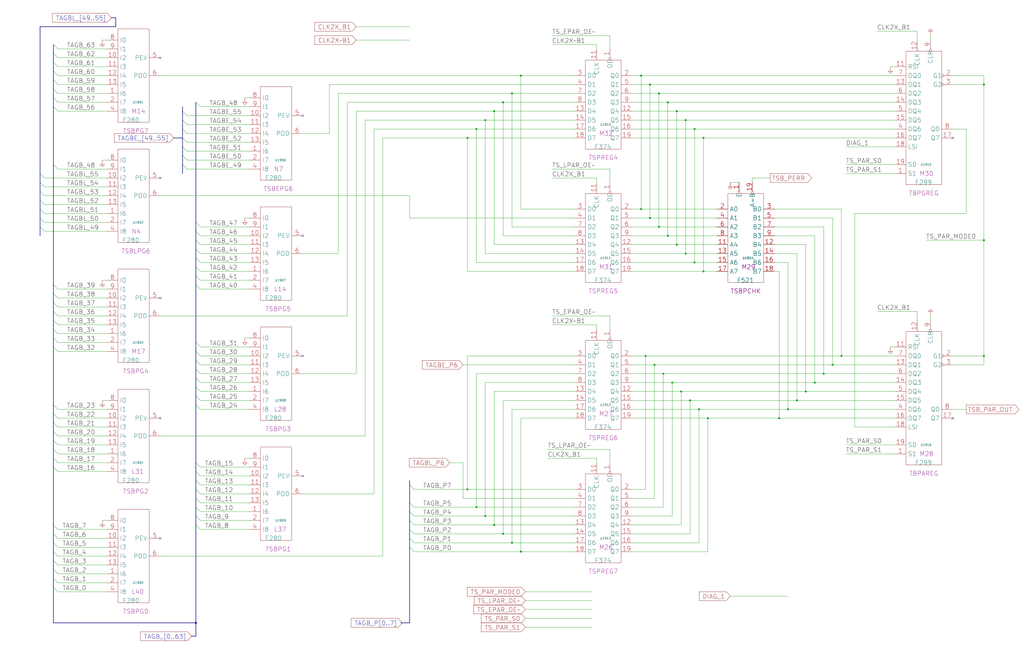
<source format=kicad_sch>
(kicad_sch (version 20250114) (generator "eeschema") (generator_version "9.0")
  (paper "User" 584.2 378.46)
  (title_block (title "TAGBCOMP\\nPARITY") (date "08-MAR-90") (rev "0.0") (comment 1 "MEM32 BOARD") (comment 2 "232-003066") (comment 3 "S400") (comment 4 "RELEASED"))
  (lib_symbols
    (symbol "r1000:F280" (pin_names (offset 1.016))
      (property "Reference" "U" (at 2.54 5.08 0))
      (property "Value" "F280" (at -6.35 -5.08 0))
      (property "Location" "___" (at -1.27 0 0))
      (property "Name" "______" (at 1.27 -12.7 0))
      (symbol "F280_1_1"
        (rectangle (start -8.89 46.99) (end 8.89 -6.35))
        (pin input line (at -15.24 40.64 0) (length 6.35) (name "I0") (number "8"))
        (pin input line (at -15.24 35.56 0) (length 6.35) (name "I1") (number "9"))
        (pin input line (at -15.24 30.48 0) (length 6.35) (name "I2") (number "10"))
        (pin input line (at -15.24 25.4 0) (length 6.35) (name "I3") (number "11"))
        (pin input line (at -15.24 20.32 0) (length 6.35) (name "I4") (number "12"))
        (pin input line (at -15.24 15.24 0) (length 6.35) (name "I5") (number "13"))
        (pin input line (at -15.24 10.16 0) (length 6.35) (name "I6") (number "1"))
        (pin input line (at -15.24 5.08 0) (length 6.35) (name "I7") (number "2"))
        (pin input line (at -15.24 0 0) (length 6.35) (name "I8") (number "4"))
        (pin output line (at 15.24 30.48 180) (length 6.35) (name "PEV") (number "5"))
        (pin output line (at 15.24 20.32 180) (length 6.35) (name "POD") (number "6"))
      )
    )
    (symbol "r1000:F299" (pin_names (offset 1.016))
      (property "Reference" "U" (at 2.54 5.08 0))
      (property "Value" "F299" (at -3.81 -5.08 0))
      (property "Location" "___" (at -1.27 0 0))
      (property "Name" "______" (at 1.27 -12.7 0))
      (symbol "F299_1_1"
        (rectangle (start -8.89 69.85) (end 11.43 -6.35))
        (circle (center 5.08 70.485) (radius 0.635))
        (circle (center 12.065 55.88) (radius 0.635))
        (circle (center 12.065 50.8) (radius 0.635))
        (pin input line (at -15.24 60.96 0) (length 6.35) (name "RSI") (number "11"))
        (pin bidirectional line (at -15.24 55.88 0) (length 6.35) (name "DQ0") (number "7"))
        (pin bidirectional line (at -15.24 50.8 0) (length 6.35) (name "DQ1") (number "13"))
        (pin bidirectional line (at -15.24 45.72 0) (length 6.35) (name "DQ2") (number "6"))
        (pin bidirectional line (at -15.24 40.64 0) (length 6.35) (name "DQ3") (number "14"))
        (pin bidirectional line (at -15.24 35.56 0) (length 6.35) (name "DQ4") (number "5"))
        (pin bidirectional line (at -15.24 30.48 0) (length 6.35) (name "DQ5") (number "15"))
        (pin bidirectional line (at -15.24 25.4 0) (length 6.35) (name "DQ6") (number "4"))
        (pin bidirectional line (at -15.24 20.32 0) (length 6.35) (name "DQ7") (number "16"))
        (pin input line (at -15.24 15.24 0) (length 6.35) (name "LSI") (number "18"))
        (pin input line (at -15.24 5.08 0) (length 6.35) (name "S0") (number "19"))
        (pin input line (at -15.24 0 0) (length 6.35) (name "S1") (number "1"))
        (pin input line (at -2.54 76.2 270) (length 6.35) (name "CLK") (number "12"))
        (pin input line (at 5.08 76.2 270) (length 5.08) (name "CLR") (number "9"))
        (pin input line (at 17.78 55.88 180) (length 5.08) (name "G1") (number "2"))
        (pin input line (at 17.78 50.8 180) (length 5.08) (name "G2") (number "3"))
        (pin output line (at 17.78 25.4 180) (length 6.35) (name "Q0") (number "8"))
        (pin output line (at 17.78 20.32 180) (length 6.35) (name "Q7") (number "17"))
      )
    )
    (symbol "r1000:F374" (pin_names (offset 1.016))
      (property "Reference" "U" (at 2.54 5.08 0))
      (property "Value" "F374" (at -3.81 -7.62 0))
      (property "Location" "___" (at -1.27 0 0))
      (property "Name" "______" (at 1.27 -15.24 0))
      (symbol "F374_1_1"
        (rectangle (start -8.89 41.91) (end 11.43 -8.89))
        (circle (center 5.08 42.545) (radius 0.635))
        (pin input line (at -15.24 33.02 0) (length 6.35) (name "D0") (number "3"))
        (pin input line (at -15.24 27.94 0) (length 6.35) (name "D1") (number "4"))
        (pin input line (at -15.24 22.86 0) (length 6.35) (name "D2") (number "7"))
        (pin input line (at -15.24 17.78 0) (length 6.35) (name "D3") (number "8"))
        (pin input line (at -15.24 12.7 0) (length 6.35) (name "D4") (number "13"))
        (pin input line (at -15.24 7.62 0) (length 6.35) (name "D5") (number "14"))
        (pin input line (at -15.24 2.54 0) (length 6.35) (name "D6") (number "17"))
        (pin input line (at -15.24 -2.54 0) (length 6.35) (name "D7") (number "18"))
        (pin input line (at -2.54 48.26 270) (length 6.35) (name "CLK") (number "11"))
        (pin input line (at 5.08 48.26 270) (length 5.08) (name "OE") (number "1"))
        (pin tri_state line (at 17.78 33.02 180) (length 6.35) (name "Q0") (number "2"))
        (pin tri_state line (at 17.78 27.94 180) (length 6.35) (name "Q1") (number "5"))
        (pin tri_state line (at 17.78 22.86 180) (length 6.35) (name "Q2") (number "6"))
        (pin tri_state line (at 17.78 17.78 180) (length 6.35) (name "Q3") (number "9"))
        (pin tri_state line (at 17.78 12.7 180) (length 6.35) (name "Q4") (number "12"))
        (pin tri_state line (at 17.78 7.62 180) (length 6.35) (name "Q5") (number "15"))
        (pin tri_state line (at 17.78 2.54 180) (length 6.35) (name "Q6") (number "16"))
        (pin tri_state line (at 17.78 -2.54 180) (length 6.35) (name "Q7") (number "19"))
      )
    )
    (symbol "r1000:F521" (pin_names (offset 1.016))
      (property "Reference" "U" (at 2.54 5.08 0))
      (property "Value" "F521" (at -3.81 -7.62 0))
      (property "Location" "___" (at -1.27 0 0))
      (property "Name" "______" (at 1.27 -15.24 0))
      (symbol "F521_1_1"
        (rectangle (start -8.89 41.91) (end 11.43 -8.89))
        (circle (center -2.54 42.545) (radius 0.635))
        (circle (center 5.08 42.545) (radius 0.635))
        (pin input line (at -15.24 33.02 0) (length 6.35) (name "A0") (number "2"))
        (pin input line (at -15.24 27.94 0) (length 6.35) (name "A1") (number "4"))
        (pin input line (at -15.24 22.86 0) (length 6.35) (name "A2") (number "6"))
        (pin input line (at -15.24 17.78 0) (length 6.35) (name "A3") (number "8"))
        (pin input line (at -15.24 12.7 0) (length 6.35) (name "A4") (number "11"))
        (pin input line (at -15.24 7.62 0) (length 6.35) (name "A5") (number "13"))
        (pin input line (at -15.24 2.54 0) (length 6.35) (name "A6") (number "15"))
        (pin input line (at -15.24 -2.54 0) (length 6.35) (name "A7") (number "17"))
        (pin input line (at -2.54 48.26 270) (length 5.08) (name "E") (number "1"))
        (pin output line (at 5.08 48.26 270) (length 5.08) (name "A=B") (number "19"))
        (pin input line (at 17.78 33.02 180) (length 6.35) (name "B0") (number "3"))
        (pin input line (at 17.78 27.94 180) (length 6.35) (name "B1") (number "5"))
        (pin input line (at 17.78 22.86 180) (length 6.35) (name "B2") (number "7"))
        (pin input line (at 17.78 17.78 180) (length 6.35) (name "B3") (number "9"))
        (pin input line (at 17.78 12.7 180) (length 6.35) (name "B4") (number "12"))
        (pin input line (at 17.78 7.62 180) (length 6.35) (name "B5") (number "14"))
        (pin input line (at 17.78 2.54 180) (length 6.35) (name "B6") (number "16"))
        (pin input line (at 17.78 -2.54 180) (length 6.35) (name "B7") (number "18"))
      )
    )
    (symbol "r1000:PD" (power) (pin_numbers (hide yes)) (pin_names (hide yes)) (in_bom no)
      (symbol "PD_0_1"
        (polyline (pts (xy 0 -2.54) (xy 1.27 -2.54) (xy 0 -3.81) (xy -1.27 -2.54) (xy 0 -2.54)) (stroke (width 0.1524)))
      )
      (symbol "PD_1_1"
        (pin power_in line (at 0 0 270) (length 2.54) (name "PD") (number "1"))
      )
    )
    (symbol "r1000:PU" (power) (pin_numbers (hide yes)) (pin_names (hide yes))
      (symbol "PU_0_1"
        (polyline (pts (xy 0 2.54) (xy -1.27 2.54) (xy 0 3.81) (xy 1.27 2.54) (xy 0 2.54)) (stroke (width 0.1524)))
      )
      (symbol "PU_1_1"
        (pin power_in line (at 0 0 90) (length 2.54) (name "PU") (number "1"))
      )
    )
  )
  (junction (at 276.86 294.64))
  (junction (at 391.16 68.58))
  (junction (at 375.92 129.54))
  (junction (at 365.76 119.38))
  (junction (at 403.86 238.76))
  (junction (at 401.32 78.74))
  (junction (at 561.34 203.2))
  (junction (at 386.08 139.7))
  (junction (at 292.1 309.88))
  (junction (at 391.16 144.78))
  (junction (at 469.9 213.36))
  (junction (at 370.84 48.26))
  (junction (at 297.18 43.18))
  (junction (at 464.82 218.44))
  (junction (at 266.7 279.4))
  (junction (at 459.74 223.52))
  (junction (at 271.78 289.56))
  (junction (at 370.84 124.46))
  (junction (at 276.86 68.58))
  (junction (at 383.54 218.44))
  (junction (at 381 134.62))
  (junction (at 561.34 48.26))
  (junction (at 287.02 58.42))
  (junction (at 368.3 203.2))
  (junction (at 281.94 299.72))
  (junction (at 111.76 355.6))
  (junction (at 396.24 149.86))
  (junction (at 373.38 208.28))
  (junction (at 292.1 53.34))
  (junction (at 266.7 78.74))
  (junction (at 393.7 228.6))
  (junction (at 375.92 53.34))
  (junction (at 378.46 213.36))
  (junction (at 444.5 238.76))
  (junction (at 297.18 314.96))
  (junction (at 287.02 304.8))
  (junction (at 396.24 73.66))
  (junction (at 388.62 223.52))
  (junction (at 386.08 63.5))
  (junction (at 281.94 63.5))
  (junction (at 561.34 137.16))
  (junction (at 454.66 228.6))
  (junction (at 271.78 73.66))
  (junction (at 398.78 233.68))
  (junction (at 381 58.42))
  (junction (at 449.58 233.68))
  (junction (at 401.32 154.94))
  (junction (at 480.06 203.2))
  (junction (at 474.98 208.28))
  (junction (at 365.76 43.18))
  (no_connect (at 543.56 238.76))
  (no_connect (at 172.72 66.04))
  (no_connect (at 543.56 78.74))
  (no_connect (at 172.72 271.78))
  (no_connect (at 91.44 101.6))
  (no_connect (at 91.44 238.76))
  (no_connect (at 91.44 33.02))
  (no_connect (at 172.72 203.2))
  (no_connect (at 91.44 170.18))
  (no_connect (at 172.72 134.62))
  (no_connect (at 91.44 307.34))
  (bus_entry (at 111.76 152.4) (size 2.54 2.54))
  (bus_entry (at 233.68 302.26) (size 2.54 2.54))
  (bus_entry (at 30.48 25.4) (size 2.54 2.54))
  (bus_entry (at 111.76 269.24) (size 2.54 2.54))
  (bus_entry (at 111.76 147.32) (size 2.54 2.54))
  (bus_entry (at 111.76 279.4) (size 2.54 2.54))
  (bus_entry (at 22.86 119.38) (size 2.54 2.54))
  (bus_entry (at 30.48 256.54) (size 2.54 2.54))
  (bus_entry (at 30.48 266.7) (size 2.54 2.54))
  (bus_entry (at 233.68 287.02) (size 2.54 2.54))
  (bus_entry (at 30.48 246.38) (size 2.54 2.54))
  (bus_entry (at 111.76 284.48) (size 2.54 2.54))
  (bus_entry (at 22.86 129.54) (size 2.54 2.54))
  (bus_entry (at 30.48 335.28) (size 2.54 2.54))
  (bus_entry (at 111.76 220.98) (size 2.54 2.54))
  (bus_entry (at 111.76 200.66) (size 2.54 2.54))
  (bus_entry (at 22.86 104.14) (size 2.54 2.54))
  (bus_entry (at 104.14 78.74) (size 2.54 2.54))
  (bus_entry (at 30.48 55.88) (size 2.54 2.54))
  (bus_entry (at 104.14 88.9) (size 2.54 2.54))
  (bus_entry (at 22.86 124.46) (size 2.54 2.54))
  (bus_entry (at 111.76 294.64) (size 2.54 2.54))
  (bus_entry (at 111.76 205.74) (size 2.54 2.54))
  (bus_entry (at 30.48 187.96) (size 2.54 2.54))
  (bus_entry (at 30.48 193.04) (size 2.54 2.54))
  (bus_entry (at 30.48 236.22) (size 2.54 2.54))
  (bus_entry (at 30.48 50.8) (size 2.54 2.54))
  (bus_entry (at 30.48 304.8) (size 2.54 2.54))
  (bus_entry (at 30.48 45.72) (size 2.54 2.54))
  (bus_entry (at 30.48 60.96) (size 2.54 2.54))
  (bus_entry (at 111.76 137.16) (size 2.54 2.54))
  (bus_entry (at 30.48 325.12) (size 2.54 2.54))
  (bus_entry (at 111.76 58.42) (size 2.54 2.54))
  (bus_entry (at 111.76 226.06) (size 2.54 2.54))
  (bus_entry (at 111.76 274.32) (size 2.54 2.54))
  (bus_entry (at 30.48 231.14) (size 2.54 2.54))
  (bus_entry (at 104.14 93.98) (size 2.54 2.54))
  (bus_entry (at 111.76 162.56) (size 2.54 2.54))
  (bus_entry (at 111.76 299.72) (size 2.54 2.54))
  (bus_entry (at 104.14 73.66) (size 2.54 2.54))
  (bus_entry (at 233.68 297.18) (size 2.54 2.54))
  (bus_entry (at 111.76 231.14) (size 2.54 2.54))
  (bus_entry (at 111.76 215.9) (size 2.54 2.54))
  (bus_entry (at 22.86 99.06) (size 2.54 2.54))
  (bus_entry (at 22.86 114.3) (size 2.54 2.54))
  (bus_entry (at 111.76 127) (size 2.54 2.54))
  (bus_entry (at 111.76 264.16) (size 2.54 2.54))
  (bus_entry (at 30.48 182.88) (size 2.54 2.54))
  (bus_entry (at 30.48 172.72) (size 2.54 2.54))
  (bus_entry (at 22.86 109.22) (size 2.54 2.54))
  (bus_entry (at 30.48 309.88) (size 2.54 2.54))
  (bus_entry (at 30.48 167.64) (size 2.54 2.54))
  (bus_entry (at 30.48 93.98) (size 2.54 2.54))
  (bus_entry (at 30.48 40.64) (size 2.54 2.54))
  (bus_entry (at 30.48 30.48) (size 2.54 2.54))
  (bus_entry (at 104.14 83.82) (size 2.54 2.54))
  (bus_entry (at 30.48 314.96) (size 2.54 2.54))
  (bus_entry (at 30.48 162.56) (size 2.54 2.54))
  (bus_entry (at 111.76 289.56) (size 2.54 2.54))
  (bus_entry (at 30.48 330.2) (size 2.54 2.54))
  (bus_entry (at 30.48 261.62) (size 2.54 2.54))
  (bus_entry (at 111.76 195.58) (size 2.54 2.54))
  (bus_entry (at 233.68 312.42) (size 2.54 2.54))
  (bus_entry (at 233.68 292.1) (size 2.54 2.54))
  (bus_entry (at 30.48 299.72) (size 2.54 2.54))
  (bus_entry (at 30.48 177.8) (size 2.54 2.54))
  (bus_entry (at 30.48 241.3) (size 2.54 2.54))
  (bus_entry (at 30.48 251.46) (size 2.54 2.54))
  (bus_entry (at 30.48 320.04) (size 2.54 2.54))
  (bus_entry (at 111.76 142.24) (size 2.54 2.54))
  (bus_entry (at 104.14 68.58) (size 2.54 2.54))
  (bus_entry (at 104.14 63.5) (size 2.54 2.54))
  (bus_entry (at 111.76 210.82) (size 2.54 2.54))
  (bus_entry (at 111.76 132.08) (size 2.54 2.54))
  (bus_entry (at 30.48 198.12) (size 2.54 2.54))
  (bus_entry (at 233.68 307.34) (size 2.54 2.54))
  (bus_entry (at 30.48 35.56) (size 2.54 2.54))
  (bus_entry (at 111.76 157.48) (size 2.54 2.54))
  (bus_entry (at 233.68 276.86) (size 2.54 2.54))
  (wire (pts (xy 172.72 144.78) (xy 193.04 144.78)))
  (wire (pts (xy 386.08 63.5) (xy 386.08 139.7)))
  (wire (pts (xy 33.02 175.26) (xy 60.96 175.26)))
  (bus (pts (xy 30.48 251.46) (xy 30.48 256.54)))
  (wire (pts (xy 314.96 180.34) (xy 347.98 180.34)))
  (bus (pts (xy 66.04 15.24) (xy 22.86 15.24)))
  (wire (pts (xy 193.04 144.78) (xy 193.04 53.34)))
  (wire (pts (xy 271.78 289.56) (xy 327.66 289.56)))
  (wire (pts (xy 393.7 228.6) (xy 454.66 228.6)))
  (bus (pts (xy 111.76 205.74) (xy 111.76 210.82)))
  (wire (pts (xy 33.02 165.1) (xy 60.96 165.1)))
  (wire (pts (xy 482.6 83.82) (xy 510.54 83.82)))
  (bus (pts (xy 111.76 220.98) (xy 111.76 226.06)))
  (wire (pts (xy 391.16 68.58) (xy 510.54 68.58)))
  (wire (pts (xy 360.68 73.66) (xy 396.24 73.66)))
  (bus (pts (xy 22.86 124.46) (xy 22.86 129.54)))
  (bus (pts (xy 111.76 200.66) (xy 111.76 205.74)))
  (bus (pts (xy 111.76 274.32) (xy 111.76 279.4)))
  (wire (pts (xy 480.06 203.2) (xy 480.06 119.38)))
  (wire (pts (xy 393.7 304.8) (xy 393.7 228.6)))
  (wire (pts (xy 203.2 15.24) (xy 233.68 15.24)))
  (wire (pts (xy 360.68 63.5) (xy 386.08 63.5)))
  (wire (pts (xy 236.22 299.72) (xy 281.94 299.72)))
  (wire (pts (xy 114.3 160.02) (xy 142.24 160.02)))
  (wire (pts (xy 276.86 144.78) (xy 276.86 68.58)))
  (wire (pts (xy 482.6 99.06) (xy 510.54 99.06)))
  (wire (pts (xy 33.02 48.26) (xy 60.96 48.26)))
  (wire (pts (xy 106.68 91.44) (xy 142.24 91.44)))
  (wire (pts (xy 114.3 154.94) (xy 142.24 154.94)))
  (wire (pts (xy 266.7 154.94) (xy 266.7 78.74)))
  (wire (pts (xy 198.12 58.42) (xy 287.02 58.42)))
  (wire (pts (xy 482.6 259.08) (xy 510.54 259.08)))
  (wire (pts (xy 360.68 208.28) (xy 373.38 208.28)))
  (bus (pts (xy 30.48 325.12) (xy 30.48 330.2)))
  (wire (pts (xy 314.96 25.4) (xy 340.36 25.4)))
  (wire (pts (xy 396.24 73.66) (xy 396.24 149.86)))
  (wire (pts (xy 561.34 48.26) (xy 561.34 137.16)))
  (wire (pts (xy 381 58.42) (xy 510.54 58.42)))
  (wire (pts (xy 264.16 208.28) (xy 327.66 208.28)))
  (wire (pts (xy 327.66 154.94) (xy 266.7 154.94)))
  (wire (pts (xy 233.68 124.46) (xy 327.66 124.46)))
  (wire (pts (xy 340.36 261.62) (xy 340.36 264.16)))
  (wire (pts (xy 33.02 322.58) (xy 60.96 322.58)))
  (wire (pts (xy 347.98 96.52) (xy 347.98 104.14)))
  (wire (pts (xy 396.24 73.66) (xy 510.54 73.66)))
  (wire (pts (xy 360.68 284.48) (xy 373.38 284.48)))
  (wire (pts (xy 276.86 294.64) (xy 327.66 294.64)))
  (wire (pts (xy 360.68 238.76) (xy 403.86 238.76)))
  (wire (pts (xy 281.94 63.5) (xy 327.66 63.5)))
  (wire (pts (xy 543.56 48.26) (xy 561.34 48.26)))
  (wire (pts (xy 482.6 254) (xy 510.54 254)))
  (bus (pts (xy 228.6 355.6) (xy 233.68 355.6)))
  (bus (pts (xy 30.48 187.96) (xy 30.48 193.04)))
  (wire (pts (xy 347.98 256.54) (xy 347.98 264.16)))
  (bus (pts (xy 111.76 195.58) (xy 111.76 200.66)))
  (wire (pts (xy 287.02 228.6) (xy 287.02 304.8)))
  (wire (pts (xy 33.02 58.42) (xy 60.96 58.42)))
  (wire (pts (xy 114.3 144.78) (xy 142.24 144.78)))
  (wire (pts (xy 25.4 127) (xy 60.96 127)))
  (wire (pts (xy 114.3 271.78) (xy 142.24 271.78)))
  (wire (pts (xy 287.02 134.62) (xy 287.02 58.42)))
  (wire (pts (xy 360.68 53.34) (xy 375.92 53.34)))
  (wire (pts (xy 58.42 228.6) (xy 60.96 228.6)))
  (wire (pts (xy 561.34 203.2) (xy 561.34 208.28)))
  (wire (pts (xy 378.46 213.36) (xy 469.9 213.36)))
  (wire (pts (xy 213.36 73.66) (xy 271.78 73.66)))
  (wire (pts (xy 297.18 314.96) (xy 327.66 314.96)))
  (wire (pts (xy 454.66 144.78) (xy 454.66 228.6)))
  (wire (pts (xy 58.42 160.02) (xy 60.96 160.02)))
  (wire (pts (xy 360.68 68.58) (xy 391.16 68.58)))
  (wire (pts (xy 213.36 281.94) (xy 213.36 73.66)))
  (bus (pts (xy 111.76 157.48) (xy 111.76 162.56)))
  (wire (pts (xy 198.12 180.34) (xy 198.12 58.42)))
  (wire (pts (xy 33.02 259.08) (xy 60.96 259.08)))
  (bus (pts (xy 30.48 60.96) (xy 30.48 93.98)))
  (wire (pts (xy 508 38.1) (xy 510.54 38.1)))
  (bus (pts (xy 111.76 269.24) (xy 111.76 274.32)))
  (wire (pts (xy 25.4 132.08) (xy 60.96 132.08)))
  (bus (pts (xy 30.48 335.28) (xy 30.48 355.6)))
  (bus (pts (xy 30.48 30.48) (xy 30.48 35.56)))
  (bus (pts (xy 104.14 88.9) (xy 104.14 93.98)))
  (wire (pts (xy 386.08 139.7) (xy 408.94 139.7)))
  (wire (pts (xy 312.42 256.54) (xy 347.98 256.54)))
  (bus (pts (xy 30.48 355.6) (xy 111.76 355.6)))
  (wire (pts (xy 368.3 203.2) (xy 480.06 203.2)))
  (wire (pts (xy 172.72 281.94) (xy 213.36 281.94)))
  (wire (pts (xy 292.1 53.34) (xy 327.66 53.34)))
  (wire (pts (xy 287.02 304.8) (xy 327.66 304.8)))
  (wire (pts (xy 360.68 43.18) (xy 365.76 43.18)))
  (wire (pts (xy 454.66 228.6) (xy 510.54 228.6)))
  (wire (pts (xy 203.2 213.36) (xy 203.2 63.5)))
  (bus (pts (xy 233.68 274.32) (xy 233.68 276.86)))
  (wire (pts (xy 271.78 213.36) (xy 327.66 213.36)))
  (wire (pts (xy 236.22 304.8) (xy 287.02 304.8)))
  (wire (pts (xy 360.68 129.54) (xy 375.92 129.54)))
  (wire (pts (xy 360.68 58.42) (xy 381 58.42)))
  (bus (pts (xy 30.48 314.96) (xy 30.48 320.04)))
  (wire (pts (xy 25.4 116.84) (xy 60.96 116.84)))
  (wire (pts (xy 386.08 63.5) (xy 510.54 63.5)))
  (wire (pts (xy 106.68 81.28) (xy 142.24 81.28)))
  (wire (pts (xy 378.46 289.56) (xy 360.68 289.56)))
  (bus (pts (xy 233.68 307.34) (xy 233.68 312.42)))
  (wire (pts (xy 33.02 332.74) (xy 60.96 332.74)))
  (wire (pts (xy 360.68 218.44) (xy 383.54 218.44)))
  (wire (pts (xy 33.02 180.34) (xy 60.96 180.34)))
  (wire (pts (xy 33.02 170.18) (xy 60.96 170.18)))
  (wire (pts (xy 444.5 154.94) (xy 444.5 238.76)))
  (wire (pts (xy 33.02 33.02) (xy 60.96 33.02)))
  (bus (pts (xy 30.48 93.98) (xy 30.48 162.56)))
  (bus (pts (xy 30.48 241.3) (xy 30.48 246.38)))
  (wire (pts (xy 314.96 96.52) (xy 347.98 96.52)))
  (wire (pts (xy 236.22 294.64) (xy 276.86 294.64)))
  (wire (pts (xy 444.5 238.76) (xy 510.54 238.76)))
  (wire (pts (xy 91.44 43.18) (xy 297.18 43.18)))
  (bus (pts (xy 111.76 226.06) (xy 111.76 231.14)))
  (wire (pts (xy 218.44 78.74) (xy 266.7 78.74)))
  (wire (pts (xy 360.68 213.36) (xy 378.46 213.36)))
  (wire (pts (xy 139.7 55.88) (xy 142.24 55.88)))
  (wire (pts (xy 91.44 180.34) (xy 198.12 180.34)))
  (wire (pts (xy 114.3 139.7) (xy 142.24 139.7)))
  (wire (pts (xy 480.06 203.2) (xy 510.54 203.2)))
  (wire (pts (xy 383.54 218.44) (xy 464.82 218.44)))
  (bus (pts (xy 111.76 355.6) (xy 111.76 363.22)))
  (wire (pts (xy 370.84 124.46) (xy 408.94 124.46)))
  (bus (pts (xy 111.76 58.42) (xy 111.76 127)))
  (wire (pts (xy 114.3 198.12) (xy 142.24 198.12)))
  (wire (pts (xy 203.2 63.5) (xy 281.94 63.5)))
  (wire (pts (xy 271.78 73.66) (xy 327.66 73.66)))
  (wire (pts (xy 347.98 20.32) (xy 347.98 27.94)))
  (wire (pts (xy 523.24 177.8) (xy 523.24 182.88)))
  (wire (pts (xy 327.66 228.6) (xy 287.02 228.6)))
  (wire (pts (xy 375.92 129.54) (xy 408.94 129.54)))
  (bus (pts (xy 233.68 297.18) (xy 233.68 302.26)))
  (wire (pts (xy 403.86 314.96) (xy 403.86 238.76)))
  (wire (pts (xy 297.18 238.76) (xy 297.18 314.96)))
  (wire (pts (xy 398.78 233.68) (xy 398.78 309.88)))
  (wire (pts (xy 33.02 337.82) (xy 60.96 337.82)))
  (bus (pts (xy 30.48 309.88) (xy 30.48 314.96)))
  (wire (pts (xy 500.38 177.8) (xy 523.24 177.8)))
  (wire (pts (xy 33.02 327.66) (xy 60.96 327.66)))
  (wire (pts (xy 469.9 213.36) (xy 469.9 129.54)))
  (wire (pts (xy 114.3 228.6) (xy 142.24 228.6)))
  (wire (pts (xy 373.38 284.48) (xy 373.38 208.28)))
  (wire (pts (xy 106.68 66.04) (xy 142.24 66.04)))
  (bus (pts (xy 109.22 363.22) (xy 111.76 363.22)))
  (wire (pts (xy 281.94 223.52) (xy 327.66 223.52)))
  (bus (pts (xy 22.86 99.06) (xy 22.86 104.14)))
  (wire (pts (xy 391.16 68.58) (xy 391.16 144.78)))
  (wire (pts (xy 139.7 193.04) (xy 142.24 193.04)))
  (bus (pts (xy 30.48 25.4) (xy 30.48 30.48)))
  (wire (pts (xy 139.7 261.62) (xy 142.24 261.62)))
  (wire (pts (xy 276.86 68.58) (xy 327.66 68.58)))
  (wire (pts (xy 378.46 213.36) (xy 378.46 289.56)))
  (wire (pts (xy 187.96 48.26) (xy 327.66 48.26)))
  (wire (pts (xy 401.32 154.94) (xy 408.94 154.94)))
  (bus (pts (xy 99.06 78.74) (xy 104.14 78.74)))
  (bus (pts (xy 111.76 132.08) (xy 111.76 137.16)))
  (bus (pts (xy 111.76 162.56) (xy 111.76 195.58)))
  (wire (pts (xy 236.22 309.88) (xy 292.1 309.88)))
  (bus (pts (xy 104.14 78.74) (xy 104.14 83.82)))
  (wire (pts (xy 360.68 124.46) (xy 370.84 124.46)))
  (wire (pts (xy 375.92 53.34) (xy 510.54 53.34)))
  (wire (pts (xy 91.44 317.5) (xy 218.44 317.5)))
  (wire (pts (xy 33.02 238.76) (xy 60.96 238.76)))
  (bus (pts (xy 30.48 304.8) (xy 30.48 309.88)))
  (wire (pts (xy 292.1 129.54) (xy 327.66 129.54)))
  (bus (pts (xy 30.48 231.14) (xy 30.48 236.22)))
  (wire (pts (xy 469.9 129.54) (xy 441.96 129.54)))
  (wire (pts (xy 551.18 73.66) (xy 543.56 73.66)))
  (wire (pts (xy 360.68 154.94) (xy 401.32 154.94)))
  (bus (pts (xy 111.76 127) (xy 111.76 132.08)))
  (wire (pts (xy 347.98 180.34) (xy 347.98 187.96)))
  (wire (pts (xy 441.96 134.62) (xy 464.82 134.62)))
  (wire (pts (xy 292.1 53.34) (xy 292.1 129.54)))
  (wire (pts (xy 474.98 124.46) (xy 474.98 208.28)))
  (wire (pts (xy 340.36 25.4) (xy 340.36 27.94)))
  (bus (pts (xy 30.48 198.12) (xy 30.48 231.14)))
  (wire (pts (xy 299.72 342.9) (xy 337.82 342.9)))
  (bus (pts (xy 22.86 104.14) (xy 22.86 109.22)))
  (wire (pts (xy 312.42 261.62) (xy 340.36 261.62)))
  (wire (pts (xy 508 198.12) (xy 510.54 198.12)))
  (bus (pts (xy 30.48 266.7) (xy 30.48 299.72)))
  (bus (pts (xy 30.48 261.62) (xy 30.48 266.7)))
  (bus (pts (xy 30.48 246.38) (xy 30.48 251.46)))
  (bus (pts (xy 30.48 167.64) (xy 30.48 172.72)))
  (wire (pts (xy 398.78 233.68) (xy 449.58 233.68)))
  (bus (pts (xy 30.48 330.2) (xy 30.48 335.28)))
  (wire (pts (xy 381 58.42) (xy 381 134.62)))
  (wire (pts (xy 172.72 76.2) (xy 187.96 76.2)))
  (bus (pts (xy 30.48 236.22) (xy 30.48 241.3)))
  (wire (pts (xy 114.3 203.2) (xy 142.24 203.2)))
  (wire (pts (xy 383.54 294.64) (xy 383.54 218.44)))
  (wire (pts (xy 193.04 53.34) (xy 292.1 53.34)))
  (bus (pts (xy 111.76 289.56) (xy 111.76 294.64)))
  (wire (pts (xy 256.54 264.16) (xy 264.16 264.16)))
  (wire (pts (xy 292.1 233.68) (xy 327.66 233.68)))
  (wire (pts (xy 187.96 76.2) (xy 187.96 48.26)))
  (wire (pts (xy 561.34 137.16) (xy 561.34 203.2)))
  (wire (pts (xy 297.18 119.38) (xy 297.18 43.18)))
  (wire (pts (xy 106.68 86.36) (xy 142.24 86.36)))
  (wire (pts (xy 33.02 195.58) (xy 60.96 195.58)))
  (bus (pts (xy 111.76 264.16) (xy 111.76 269.24)))
  (wire (pts (xy 482.6 93.98) (xy 510.54 93.98)))
  (wire (pts (xy 523.24 17.78) (xy 523.24 22.86)))
  (bus (pts (xy 104.14 93.98) (xy 104.14 99.06)))
  (wire (pts (xy 403.86 238.76) (xy 444.5 238.76)))
  (wire (pts (xy 281.94 139.7) (xy 327.66 139.7)))
  (bus (pts (xy 22.86 119.38) (xy 22.86 124.46)))
  (wire (pts (xy 510.54 243.84) (xy 487.68 243.84)))
  (wire (pts (xy 360.68 48.26) (xy 370.84 48.26)))
  (wire (pts (xy 551.18 121.92) (xy 551.18 73.66)))
  (bus (pts (xy 104.14 68.58) (xy 104.14 73.66)))
  (wire (pts (xy 114.3 266.7) (xy 142.24 266.7)))
  (wire (pts (xy 360.68 294.64) (xy 383.54 294.64)))
  (bus (pts (xy 111.76 147.32) (xy 111.76 152.4)))
  (wire (pts (xy 314.96 185.42) (xy 340.36 185.42)))
  (bus (pts (xy 30.48 45.72) (xy 30.48 50.8)))
  (wire (pts (xy 401.32 78.74) (xy 401.32 154.94)))
  (wire (pts (xy 114.3 292.1) (xy 142.24 292.1)))
  (bus (pts (xy 111.76 137.16) (xy 111.76 142.24)))
  (wire (pts (xy 33.02 312.42) (xy 60.96 312.42)))
  (wire (pts (xy 365.76 43.18) (xy 510.54 43.18)))
  (wire (pts (xy 375.92 53.34) (xy 375.92 129.54)))
  (wire (pts (xy 33.02 317.5) (xy 60.96 317.5)))
  (wire (pts (xy 416.56 104.14) (xy 421.64 104.14)))
  (wire (pts (xy 25.4 111.76) (xy 60.96 111.76)))
  (wire (pts (xy 218.44 317.5) (xy 218.44 78.74)))
  (bus (pts (xy 66.04 10.16) (xy 66.04 15.24)))
  (bus (pts (xy 104.14 63.5) (xy 104.14 68.58)))
  (bus (pts (xy 30.48 320.04) (xy 30.48 325.12)))
  (wire (pts (xy 360.68 78.74) (xy 401.32 78.74)))
  (wire (pts (xy 33.02 43.18) (xy 60.96 43.18)))
  (wire (pts (xy 449.58 233.68) (xy 449.58 149.86)))
  (wire (pts (xy 114.3 297.18) (xy 142.24 297.18)))
  (wire (pts (xy 106.68 76.2) (xy 142.24 76.2)))
  (wire (pts (xy 271.78 289.56) (xy 271.78 213.36)))
  (wire (pts (xy 236.22 314.96) (xy 297.18 314.96)))
  (wire (pts (xy 360.68 203.2) (xy 368.3 203.2)))
  (bus (pts (xy 104.14 60.96) (xy 104.14 63.5)))
  (wire (pts (xy 58.42 91.44) (xy 60.96 91.44)))
  (wire (pts (xy 314.96 101.6) (xy 340.36 101.6)))
  (wire (pts (xy 281.94 63.5) (xy 281.94 139.7)))
  (wire (pts (xy 398.78 309.88) (xy 360.68 309.88)))
  (wire (pts (xy 25.4 101.6) (xy 60.96 101.6)))
  (wire (pts (xy 530.86 180.34) (xy 530.86 182.88)))
  (wire (pts (xy 33.02 190.5) (xy 60.96 190.5)))
  (wire (pts (xy 388.62 299.72) (xy 360.68 299.72)))
  (wire (pts (xy 292.1 309.88) (xy 327.66 309.88)))
  (wire (pts (xy 528.32 137.16) (xy 561.34 137.16)))
  (bus (pts (xy 111.76 294.64) (xy 111.76 299.72)))
  (wire (pts (xy 33.02 200.66) (xy 60.96 200.66)))
  (wire (pts (xy 58.42 297.18) (xy 60.96 297.18)))
  (wire (pts (xy 114.3 60.96) (xy 142.24 60.96)))
  (wire (pts (xy 33.02 63.5) (xy 60.96 63.5)))
  (wire (pts (xy 327.66 238.76) (xy 297.18 238.76)))
  (wire (pts (xy 236.22 279.4) (xy 266.7 279.4)))
  (wire (pts (xy 391.16 144.78) (xy 408.94 144.78)))
  (wire (pts (xy 33.02 27.94) (xy 60.96 27.94)))
  (wire (pts (xy 327.66 218.44) (xy 276.86 218.44)))
  (wire (pts (xy 340.36 101.6) (xy 340.36 104.14)))
  (wire (pts (xy 360.68 233.68) (xy 398.78 233.68)))
  (bus (pts (xy 111.76 142.24) (xy 111.76 147.32)))
  (wire (pts (xy 33.02 248.92) (xy 60.96 248.92)))
  (wire (pts (xy 114.3 302.26) (xy 142.24 302.26)))
  (bus (pts (xy 63.5 10.16) (xy 66.04 10.16)))
  (bus (pts (xy 22.86 109.22) (xy 22.86 114.3)))
  (wire (pts (xy 368.3 279.4) (xy 360.68 279.4)))
  (bus (pts (xy 111.76 279.4) (xy 111.76 284.48)))
  (wire (pts (xy 33.02 53.34) (xy 60.96 53.34)))
  (wire (pts (xy 474.98 208.28) (xy 510.54 208.28)))
  (wire (pts (xy 327.66 203.2) (xy 266.7 203.2)))
  (wire (pts (xy 500.38 17.78) (xy 523.24 17.78)))
  (wire (pts (xy 33.02 269.24) (xy 60.96 269.24)))
  (wire (pts (xy 208.28 68.58) (xy 276.86 68.58)))
  (bus (pts (xy 30.48 256.54) (xy 30.48 261.62)))
  (wire (pts (xy 114.3 276.86) (xy 142.24 276.86)))
  (wire (pts (xy 114.3 281.94) (xy 142.24 281.94)))
  (wire (pts (xy 114.3 149.86) (xy 142.24 149.86)))
  (wire (pts (xy 449.58 149.86) (xy 441.96 149.86)))
  (wire (pts (xy 459.74 223.52) (xy 459.74 139.7)))
  (bus (pts (xy 22.86 15.24) (xy 22.86 99.06)))
  (wire (pts (xy 543.56 203.2) (xy 561.34 203.2)))
  (bus (pts (xy 233.68 312.42) (xy 233.68 355.6)))
  (wire (pts (xy 368.3 203.2) (xy 368.3 279.4)))
  (bus (pts (xy 111.76 215.9) (xy 111.76 220.98)))
  (wire (pts (xy 33.02 38.1) (xy 60.96 38.1)))
  (wire (pts (xy 271.78 73.66) (xy 271.78 149.86)))
  (bus (pts (xy 104.14 83.82) (xy 104.14 88.9)))
  (wire (pts (xy 459.74 223.52) (xy 510.54 223.52)))
  (bus (pts (xy 111.76 299.72) (xy 111.76 355.6)))
  (wire (pts (xy 33.02 302.26) (xy 60.96 302.26)))
  (wire (pts (xy 388.62 223.52) (xy 459.74 223.52)))
  (wire (pts (xy 439.42 101.6) (xy 429.26 101.6)))
  (wire (pts (xy 33.02 96.52) (xy 60.96 96.52)))
  (wire (pts (xy 365.76 43.18) (xy 365.76 119.38)))
  (wire (pts (xy 543.56 233.68) (xy 551.18 233.68)))
  (wire (pts (xy 360.68 228.6) (xy 393.7 228.6)))
  (wire (pts (xy 276.86 218.44) (xy 276.86 294.64)))
  (wire (pts (xy 429.26 101.6) (xy 429.26 104.14)))
  (bus (pts (xy 30.48 35.56) (xy 30.48 40.64)))
  (wire (pts (xy 25.4 106.68) (xy 60.96 106.68)))
  (wire (pts (xy 360.68 144.78) (xy 391.16 144.78)))
  (bus (pts (xy 111.76 284.48) (xy 111.76 289.56)))
  (bus (pts (xy 30.48 162.56) (xy 30.48 167.64)))
  (wire (pts (xy 33.02 233.68) (xy 60.96 233.68)))
  (wire (pts (xy 373.38 208.28) (xy 474.98 208.28)))
  (wire (pts (xy 114.3 134.62) (xy 142.24 134.62)))
  (wire (pts (xy 464.82 218.44) (xy 510.54 218.44)))
  (bus (pts (xy 30.48 50.8) (xy 30.48 55.88)))
  (bus (pts (xy 111.76 231.14) (xy 111.76 264.16)))
  (wire (pts (xy 114.3 218.44) (xy 142.24 218.44)))
  (wire (pts (xy 281.94 299.72) (xy 281.94 223.52)))
  (wire (pts (xy 416.56 340.36) (xy 449.58 340.36)))
  (wire (pts (xy 480.06 119.38) (xy 441.96 119.38)))
  (wire (pts (xy 236.22 289.56) (xy 271.78 289.56)))
  (bus (pts (xy 233.68 292.1) (xy 233.68 297.18)))
  (wire (pts (xy 441.96 124.46) (xy 474.98 124.46)))
  (wire (pts (xy 281.94 299.72) (xy 327.66 299.72)))
  (wire (pts (xy 459.74 139.7) (xy 441.96 139.7)))
  (wire (pts (xy 106.68 96.52) (xy 142.24 96.52)))
  (wire (pts (xy 33.02 243.84) (xy 60.96 243.84)))
  (wire (pts (xy 271.78 149.86) (xy 327.66 149.86)))
  (bus (pts (xy 233.68 302.26) (xy 233.68 307.34)))
  (wire (pts (xy 360.68 304.8) (xy 393.7 304.8)))
  (wire (pts (xy 292.1 309.88) (xy 292.1 233.68)))
  (bus (pts (xy 30.48 182.88) (xy 30.48 187.96)))
  (wire (pts (xy 114.3 165.1) (xy 142.24 165.1)))
  (bus (pts (xy 22.86 114.3) (xy 22.86 119.38)))
  (bus (pts (xy 30.48 299.72) (xy 30.48 304.8)))
  (wire (pts (xy 114.3 287.02) (xy 142.24 287.02)))
  (wire (pts (xy 487.68 243.84) (xy 487.68 121.92)))
  (wire (pts (xy 543.56 43.18) (xy 561.34 43.18)))
  (bus (pts (xy 30.48 193.04) (xy 30.48 198.12)))
  (wire (pts (xy 172.72 213.36) (xy 203.2 213.36)))
  (wire (pts (xy 360.68 139.7) (xy 386.08 139.7)))
  (wire (pts (xy 360.68 119.38) (xy 365.76 119.38)))
  (wire (pts (xy 365.76 119.38) (xy 408.94 119.38)))
  (wire (pts (xy 327.66 119.38) (xy 297.18 119.38)))
  (wire (pts (xy 114.3 233.68) (xy 142.24 233.68)))
  (wire (pts (xy 441.96 154.94) (xy 444.5 154.94)))
  (wire (pts (xy 266.7 279.4) (xy 327.66 279.4)))
  (wire (pts (xy 299.72 347.98) (xy 337.82 347.98)))
  (wire (pts (xy 106.68 71.12) (xy 142.24 71.12)))
  (wire (pts (xy 561.34 43.18) (xy 561.34 48.26)))
  (wire (pts (xy 233.68 111.76) (xy 233.68 124.46)))
  (wire (pts (xy 340.36 185.42) (xy 340.36 187.96)))
  (wire (pts (xy 33.02 185.42) (xy 60.96 185.42)))
  (wire (pts (xy 299.72 353.06) (xy 337.82 353.06)))
  (wire (pts (xy 449.58 233.68) (xy 510.54 233.68)))
  (wire (pts (xy 299.72 358.14) (xy 337.82 358.14)))
  (bus (pts (xy 233.68 287.02) (xy 233.68 292.1)))
  (bus (pts (xy 30.48 55.88) (xy 30.48 60.96)))
  (bus (pts (xy 111.76 210.82) (xy 111.76 215.9)))
  (wire (pts (xy 114.3 213.36) (xy 142.24 213.36)))
  (wire (pts (xy 114.3 129.54) (xy 142.24 129.54)))
  (wire (pts (xy 266.7 203.2) (xy 266.7 279.4)))
  (wire (pts (xy 139.7 124.46) (xy 142.24 124.46)))
  (wire (pts (xy 114.3 208.28) (xy 142.24 208.28)))
  (wire (pts (xy 370.84 48.26) (xy 510.54 48.26)))
  (wire (pts (xy 530.86 20.32) (xy 530.86 22.86)))
  (wire (pts (xy 208.28 248.92) (xy 208.28 68.58)))
  (wire (pts (xy 58.42 22.86) (xy 60.96 22.86)))
  (bus (pts (xy 104.14 73.66) (xy 104.14 78.74)))
  (wire (pts (xy 264.16 284.48) (xy 327.66 284.48)))
  (wire (pts (xy 327.66 134.62) (xy 287.02 134.62)))
  (wire (pts (xy 33.02 307.34) (xy 60.96 307.34)))
  (wire (pts (xy 33.02 254) (xy 60.96 254)))
  (wire (pts (xy 314.96 20.32) (xy 347.98 20.32)))
  (wire (pts (xy 25.4 121.92) (xy 60.96 121.92)))
  (wire (pts (xy 91.44 248.92) (xy 208.28 248.92)))
  (bus (pts (xy 30.48 172.72) (xy 30.48 177.8)))
  (wire (pts (xy 114.3 223.52) (xy 142.24 223.52)))
  (wire (pts (xy 360.68 134.62) (xy 381 134.62)))
  (wire (pts (xy 381 134.62) (xy 408.94 134.62)))
  (bus (pts (xy 111.76 152.4) (xy 111.76 157.48)))
  (wire (pts (xy 469.9 213.36) (xy 510.54 213.36)))
  (wire (pts (xy 396.24 149.86) (xy 408.94 149.86)))
  (wire (pts (xy 464.82 134.62) (xy 464.82 218.44)))
  (wire (pts (xy 441.96 144.78) (xy 454.66 144.78)))
  (wire (pts (xy 287.02 58.42) (xy 327.66 58.42)))
  (bus (pts (xy 30.48 177.8) (xy 30.48 182.88)))
  (wire (pts (xy 264.16 264.16) (xy 264.16 284.48)))
  (bus (pts (xy 22.86 129.54) (xy 22.86 134.62)))
  (wire (pts (xy 327.66 144.78) (xy 276.86 144.78)))
  (wire (pts (xy 33.02 264.16) (xy 60.96 264.16)))
  (wire (pts (xy 401.32 78.74) (xy 510.54 78.74)))
  (wire (pts (xy 360.68 223.52) (xy 388.62 223.52)))
  (wire (pts (xy 487.68 121.92) (xy 551.18 121.92)))
  (wire (pts (xy 370.84 48.26) (xy 370.84 124.46)))
  (wire (pts (xy 299.72 337.82) (xy 337.82 337.82)))
  (wire (pts (xy 297.18 43.18) (xy 327.66 43.18)))
  (wire (pts (xy 203.2 22.86) (xy 233.68 22.86)))
  (wire (pts (xy 266.7 78.74) (xy 327.66 78.74)))
  (wire (pts (xy 388.62 223.52) (xy 388.62 299.72)))
  (bus (pts (xy 30.48 40.64) (xy 30.48 45.72)))
  (wire (pts (xy 360.68 314.96) (xy 403.86 314.96)))
  (bus (pts (xy 233.68 276.86) (xy 233.68 287.02)))
  (wire (pts (xy 561.34 208.28) (xy 543.56 208.28)))
  (wire (pts (xy 91.44 111.76) (xy 233.68 111.76)))
  (wire (pts (xy 360.68 149.86) (xy 396.24 149.86)))
  (label "TAGB_45" (at 119.38 139.7 0) (effects (font (size 2.54 2.54))))
  (label "TAGB_28" (at 119.38 213.36 0) (effects (font (size 2.54 2.54))))
  (label "TAGB_46" (at 119.38 134.62 0) (effects (font (size 2.54 2.54))))
  (label "TAGB_P3" (at 241.3 299.72 0) (effects (font (size 2.54 2.54))))
  (label "TAGB_63" (at 38.1 27.94 0) (effects (font (size 2.54 2.54))))
  (label "TAGB_P7" (at 241.3 279.4 0) (effects (font (size 2.54 2.54))))
  (label "TAGB_29" (at 119.38 208.28 0) (effects (font (size 2.54 2.54))))
  (label "TAGB_32" (at 38.1 200.66 0) (effects (font (size 2.54 2.54))))
  (label "TAGB_12" (at 116.84 281.94 0) (effects (font (size 2.54 2.54))))
  (label "TAGB_8" (at 116.84 302.26 0) (effects (font (size 2.54 2.54))))
  (label "TS_PAR_S0" (at 482.6 93.98 0) (effects (font (size 2.54 2.54))))
  (label "TAGB_22" (at 38.1 238.76 0) (effects (font (size 2.54 2.54))))
  (label "CLK2X_B1" (at 312.42 261.62 0) (effects (font (size 2.54 2.54))))
  (label "TS_PAR_S0" (at 482.6 254 0) (effects (font (size 2.54 2.54))))
  (label "TAGBL_54" (at 38.1 106.68 0) (effects (font (size 2.54 2.54))))
  (label "TAGBE_53" (at 119.38 76.2 0) (effects (font (size 2.54 2.54))))
  (label "TAGBE_55" (at 119.38 66.04 0) (effects (font (size 2.54 2.54))))
  (label "TAGB_17" (at 38.1 264.16 0) (effects (font (size 2.54 2.54))))
  (label "TAGB_35" (at 38.1 185.42 0) (effects (font (size 2.54 2.54))))
  (label "TAGB_39" (at 38.1 165.1 0) (effects (font (size 2.54 2.54))))
  (label "TAGB_2" (at 35.56 327.66 0) (effects (font (size 2.54 2.54))))
  (label "TAGBE_50" (at 119.38 91.44 0) (effects (font (size 2.54 2.54))))
  (label "TAGB_40" (at 119.38 165.1 0) (effects (font (size 2.54 2.54))))
  (label "TAGB_P0" (at 241.3 314.96 0) (effects (font (size 2.54 2.54))))
  (label "TAGB_37" (at 38.1 175.26 0) (effects (font (size 2.54 2.54))))
  (label "TAGB_30" (at 119.38 203.2 0) (effects (font (size 2.54 2.54))))
  (label "TAGB_0" (at 35.56 337.82 0) (effects (font (size 2.54 2.54))))
  (label "TAGB_27" (at 119.38 218.44 0) (effects (font (size 2.54 2.54))))
  (label "TAGB_15" (at 116.84 266.7 0) (effects (font (size 2.54 2.54))))
  (label "TAGBL_50" (at 38.1 127 0) (effects (font (size 2.54 2.54))))
  (label "TAGB_P5" (at 241.3 289.56 0) (effects (font (size 2.54 2.54))))
  (label "TAGB_10" (at 116.84 292.1 0) (effects (font (size 2.54 2.54))))
  (label "DIAG_1" (at 482.6 83.82 0) (effects (font (size 2.54 2.54))))
  (label "TS_EPAR_OE~" (at 314.96 20.32 0) (effects (font (size 2.54 2.54))))
  (label "CLK2X_B1" (at 500.38 177.8 0) (effects (font (size 2.54 2.54))))
  (label "TAGB_16" (at 38.1 269.24 0) (effects (font (size 2.54 2.54))))
  (label "TS_PAR_S1" (at 482.6 99.06 0) (effects (font (size 2.54 2.54))))
  (label "TS_EPAR_OE~" (at 314.96 180.34 0) (effects (font (size 2.54 2.54))))
  (label "TAGB_42" (at 119.38 154.94 0) (effects (font (size 2.54 2.54))))
  (label "TAGB_43" (at 119.38 149.86 0) (effects (font (size 2.54 2.54))))
  (label "TAGBL_52" (at 38.1 116.84 0) (effects (font (size 2.54 2.54))))
  (label "TAGB_9" (at 116.84 297.18 0) (effects (font (size 2.54 2.54))))
  (label "TAGB_61" (at 38.1 38.1 0) (effects (font (size 2.54 2.54))))
  (label "TAGB_59" (at 38.1 48.26 0) (effects (font (size 2.54 2.54))))
  (label "TAGB_25" (at 119.38 228.6 0) (effects (font (size 2.54 2.54))))
  (label "TAGB_P2" (at 241.3 304.8 0) (effects (font (size 2.54 2.54))))
  (label "TAGBE_52" (at 119.38 81.28 0) (effects (font (size 2.54 2.54))))
  (label "TAGB_44" (at 119.38 144.78 0) (effects (font (size 2.54 2.54))))
  (label "TAGB_62" (at 38.1 33.02 0) (effects (font (size 2.54 2.54))))
  (label "TAGB_57" (at 38.1 58.42 0) (effects (font (size 2.54 2.54))))
  (label "TAGB_21" (at 38.1 243.84 0) (effects (font (size 2.54 2.54))))
  (label "TAGB_24" (at 119.38 233.68 0) (effects (font (size 2.54 2.54))))
  (label "TAGB_41" (at 119.38 160.02 0) (effects (font (size 2.54 2.54))))
  (label "TAGB_3" (at 35.56 322.58 0) (effects (font (size 2.54 2.54))))
  (label "TAGB_58" (at 38.1 53.34 0) (effects (font (size 2.54 2.54))))
  (label "TAGB_11" (at 116.84 287.02 0) (effects (font (size 2.54 2.54))))
  (label "TAGB_34" (at 38.1 190.5 0) (effects (font (size 2.54 2.54))))
  (label "TAGBL_49" (at 38.1 132.08 0) (effects (font (size 2.54 2.54))))
  (label "TAGB_7" (at 35.56 302.26 0) (effects (font (size 2.54 2.54))))
  (label "TAGB_14" (at 116.84 271.78 0) (effects (font (size 2.54 2.54))))
  (label "TAGB_13" (at 116.84 276.86 0) (effects (font (size 2.54 2.54))))
  (label "TAGB_60" (at 38.1 43.18 0) (effects (font (size 2.54 2.54))))
  (label "TAGB_47" (at 119.38 129.54 0) (effects (font (size 2.54 2.54))))
  (label "TS_PAR_S1" (at 482.6 259.08 0) (effects (font (size 2.54 2.54))))
  (label "TAGBL_51" (at 38.1 121.92 0) (effects (font (size 2.54 2.54))))
  (label "TAGB_38" (at 38.1 170.18 0) (effects (font (size 2.54 2.54))))
  (label "TAGB_26" (at 119.38 223.52 0) (effects (font (size 2.54 2.54))))
  (label "TAGB_5" (at 35.56 312.42 0) (effects (font (size 2.54 2.54))))
  (label "TAGB_48" (at 119.38 60.96 0) (effects (font (size 2.54 2.54))))
  (label "TAGB_23" (at 38.1 233.68 0) (effects (font (size 2.54 2.54))))
  (label "TAGB_48" (at 38.1 96.52 0) (effects (font (size 2.54 2.54))))
  (label "TAGB_P1" (at 241.3 309.88 0) (effects (font (size 2.54 2.54))))
  (label "TAGBE_49" (at 119.38 96.52 0) (effects (font (size 2.54 2.54))))
  (label "TAGBE_54" (at 119.38 71.12 0) (effects (font (size 2.54 2.54))))
  (label "TAGB_19" (at 38.1 254 0) (effects (font (size 2.54 2.54))))
  (label "TS_LPAR_OE~" (at 314.96 96.52 0) (effects (font (size 2.54 2.54))))
  (label "TS_PAR_MODE0" (at 528.32 137.16 0) (effects (font (size 2.54 2.54))))
  (label "TAGB_1" (at 35.56 332.74 0) (effects (font (size 2.54 2.54))))
  (label "TAGB_36" (at 38.1 180.34 0) (effects (font (size 2.54 2.54))))
  (label "CLK2X~B1" (at 314.96 185.42 0) (effects (font (size 2.54 2.54))))
  (label "TAGB_20" (at 38.1 248.92 0) (effects (font (size 2.54 2.54))))
  (label "TAGB_31" (at 119.38 198.12 0) (effects (font (size 2.54 2.54))))
  (label "TAGBE_51" (at 119.38 86.36 0) (effects (font (size 2.54 2.54))))
  (label "TAGB_56" (at 38.1 63.5 0) (effects (font (size 2.54 2.54))))
  (label "CLK2X_B1" (at 500.38 17.78 0) (effects (font (size 2.54 2.54))))
  (label "TAGB_4" (at 35.56 317.5 0) (effects (font (size 2.54 2.54))))
  (label "TS_LPAR_OE~" (at 312.42 256.54 0) (effects (font (size 2.54 2.54))))
  (label "TAGB_6" (at 35.56 307.34 0) (effects (font (size 2.54 2.54))))
  (label "CLK2X~B1" (at 314.96 25.4 0) (effects (font (size 2.54 2.54))))
  (label "TAGBL_53" (at 38.1 111.76 0) (effects (font (size 2.54 2.54))))
  (label "TAGB_33" (at 38.1 195.58 0) (effects (font (size 2.54 2.54))))
  (label "TAGB_18" (at 38.1 259.08 0) (effects (font (size 2.54 2.54))))
  (label "TAGB_P4" (at 241.3 294.64 0) (effects (font (size 2.54 2.54))))
  (label "CLK2X_B1" (at 314.96 101.6 0) (effects (font (size 2.54 2.54))))
  (label "TAGBL_55" (at 38.1 101.6 0) (effects (font (size 2.54 2.54))))
  (global_label "TAGBL_[49..55]" (shape input) (at 63.5 10.16 180) (effects (font (size 2.54 2.54))) (property "Intersheetrefs" "${INTERSHEET_REFS}" (at 30.0083 10.0013 0) (effects (font (size 1.905 1.905)) (justify right))))
  (global_label "TAGBE_[49..55]" (shape input) (at 99.06 78.74 180) (effects (font (size 2.54 2.54))) (property "Intersheetrefs" "${INTERSHEET_REFS}" (at 65.3264 78.5813 0) (effects (font (size 1.905 1.905)) (justify right))))
  (global_label "CLK2X_B1" (shape input) (at 203.2 15.24 180) (effects (font (size 2.54 2.54))) (property "Intersheetrefs" "${INTERSHEET_REFS}" (at 179.5054 15.0813 0) (effects (font (size 1.905 1.905)) (justify right))))
  (global_label "TAGBL_P6" (shape input) (at 256.54 264.16 180) (effects (font (size 2.54 2.54))) (property "Intersheetrefs" "${INTERSHEET_REFS}" (at 233.5711 264.0013 0) (effects (font (size 1.905 1.905)) (justify right))))
  (global_label "TS_EPAR_OE~" (shape input) (at 299.72 347.98 180) (effects (font (size 2.54 2.54))) (property "Intersheetrefs" "${INTERSHEET_REFS}" (at 270.3407 347.8213 0) (effects (font (size 1.905 1.905)) (justify right))))
  (global_label "TS_LPAR_OE~" (shape input) (at 299.72 342.9 180) (effects (font (size 2.54 2.54))) (property "Intersheetrefs" "${INTERSHEET_REFS}" (at 270.5826 342.7413 0) (effects (font (size 1.905 1.905)) (justify right))))
  (global_label "DIAG_1" (shape input) (at 416.56 340.36 180) (effects (font (size 2.54 2.54))) (property "Intersheetrefs" "${INTERSHEET_REFS}" (at 398.913 340.2013 0) (effects (font (size 1.905 1.905)) (justify right))))
  (global_label "TAGB_P[0..7]" (shape input) (at 229.4776 355.6 180) (effects (font (size 2.54 2.54))) (property "Intersheetrefs" "${INTERSHEET_REFS}" (at 200.3402 355.4413 0) (effects (font (size 1.905 1.905)) (justify right))))
  (global_label "TSB_PAR_OUT" (shape output) (at 551.18 233.68 0) (effects (font (size 2.54 2.54))) (property "Intersheetrefs" "${INTERSHEET_REFS}" (at 581.285 233.5213 0) (effects (font (size 1.905 1.905)) (justify left))))
  (global_label "TS_PAR_MODE0" (shape input) (at 299.72 337.82 180) (effects (font (size 2.54 2.54))) (property "Intersheetrefs" "${INTERSHEET_REFS}" (at 266.5911 337.6613 0) (effects (font (size 1.905 1.905)) (justify right))))
  (global_label "TAGB_[0..63]" (shape input) (at 109.22 363.22 180) (effects (font (size 2.54 2.54))) (property "Intersheetrefs" "${INTERSHEET_REFS}" (at 80.2035 363.0613 0) (effects (font (size 1.905 1.905)) (justify right))))
  (global_label "CLK2X~B1" (shape input) (at 203.2 22.86 180) (effects (font (size 2.54 2.54))) (property "Intersheetrefs" "${INTERSHEET_REFS}" (at 179.6264 22.7013 0) (effects (font (size 1.905 1.905)) (justify right))))
  (global_label "TS_PAR_S0" (shape input) (at 299.72 353.06 180) (effects (font (size 2.54 2.54))) (property "Intersheetrefs" "${INTERSHEET_REFS}" (at 274.574 352.9013 0) (effects (font (size 1.905 1.905)) (justify right))))
  (global_label "TS_PAR_S1" (shape input) (at 299.72 358.14 180) (effects (font (size 2.54 2.54))) (property "Intersheetrefs" "${INTERSHEET_REFS}" (at 274.574 357.9813 0) (effects (font (size 1.905 1.905)) (justify right))))
  (global_label "TSB_PERR" (shape output) (at 439.42 101.6 0) (effects (font (size 2.54 2.54))) (property "Intersheetrefs" "${INTERSHEET_REFS}" (at 462.9936 101.4413 0) (effects (font (size 1.905 1.905)) (justify left))))
  (global_label "TAGBE_P6" (shape input) (at 264.16 208.28 180) (effects (font (size 2.54 2.54))) (property "Intersheetrefs" "${INTERSHEET_REFS}" (at 240.9492 208.1213 0) (effects (font (size 1.905 1.905)) (justify right))))
  (symbol (lib_id "r1000:PD") (at 139.7 193.04 0) (unit 1) (in_bom no)
    (property "Reference" "#PWR0144" (effects (hide yes)))
    (property "Value" "PD" (effects (hide yes)))
  )
  (symbol (lib_id "r1000:F280") (at 157.48 96.52 0) (unit 1)
    (property "Reference" "U1906" (at 160.02 91.44 0))
    (property "Value" "F280" (at 151.13 101.6 0) (effects (font (size 2.54 2.54)) (justify left)))
    (property "Location" "N7" (at 156.21 96.52 0) (effects (font (size 2.54 2.54)) (justify left)))
    (property "Name" "TSBEPG6" (at 158.75 109.22 0) (effects (font (size 2.54 2.54)) (justify bottom)))
  )
  (symbol (lib_id "r1000:PD") (at 508 38.1 0) (unit 1) (in_bom no)
    (property "Reference" "#PWR0141" (effects (hide yes)))
    (property "Value" "PD" (effects (hide yes)))
  )
  (symbol (lib_id "r1000:PD") (at 139.7 261.62 0) (unit 1) (in_bom no)
    (property "Reference" "#PWR0143" (effects (hide yes)))
    (property "Value" "PD" (effects (hide yes)))
  )
  (symbol (lib_id "r1000:F299") (at 525.78 99.06 0) (unit 1)
    (property "Reference" "U1915" (at 528.32 93.98 0))
    (property "Value" "F299" (at 521.97 104.14 0) (effects (font (size 2.54 2.54)) (justify left)))
    (property "Location" "M30" (at 524.51 99.06 0) (effects (font (size 2.54 2.54)) (justify left)))
    (property "Name" "TBPGREG" (at 527.05 111.76 0) (effects (font (size 2.54 2.54)) (justify bottom)))
  )
  (symbol (lib_id "r1000:PD") (at 508 198.12 0) (unit 1) (in_bom no)
    (property "Reference" "#PWR0135" (effects (hide yes)))
    (property "Value" "PD" (effects (hide yes)))
  )
  (symbol (lib_id "r1000:F280") (at 76.2 200.66 0) (unit 1)
    (property "Reference" "U1903" (at 78.74 195.58 0))
    (property "Value" "F280" (at 69.85 205.74 0) (effects (font (size 2.54 2.54)) (justify left)))
    (property "Location" "M17" (at 74.93 200.66 0) (effects (font (size 2.54 2.54)) (justify left)))
    (property "Name" "TSBPG4" (at 77.47 213.36 0) (effects (font (size 2.54 2.54)) (justify bottom)))
  )
  (symbol (lib_id "r1000:F280") (at 76.2 269.24 0) (unit 1)
    (property "Reference" "U1904" (at 78.74 264.16 0))
    (property "Value" "F280" (at 69.85 274.32 0) (effects (font (size 2.54 2.54)) (justify left)))
    (property "Location" "L31" (at 74.93 269.24 0) (effects (font (size 2.54 2.54)) (justify left)))
    (property "Name" "TSBPG2" (at 77.47 281.94 0) (effects (font (size 2.54 2.54)) (justify bottom)))
  )
  (symbol (lib_id "r1000:PD") (at 416.56 104.14 0) (unit 1) (in_bom no)
    (property "Reference" "#PWR0146" (effects (hide yes)))
    (property "Value" "PD" (effects (hide yes)))
  )
  (symbol (lib_id "r1000:F280") (at 157.48 165.1 0) (unit 1)
    (property "Reference" "U1907" (at 160.02 160.02 0))
    (property "Value" "F280" (at 151.13 170.18 0) (effects (font (size 2.54 2.54)) (justify left)))
    (property "Location" "L14" (at 156.21 165.1 0) (effects (font (size 2.54 2.54)) (justify left)))
    (property "Name" "TSBPG5" (at 158.75 177.8 0) (effects (font (size 2.54 2.54)) (justify bottom)))
  )
  (symbol (lib_id "r1000:PD") (at 58.42 228.6 0) (unit 1) (in_bom no)
    (property "Reference" "#PWR0137" (effects (hide yes)))
    (property "Value" "PD" (effects (hide yes)))
  )
  (symbol (lib_id "r1000:F374") (at 342.9 236.22 0) (unit 1)
    (property "Reference" "U1912" (at 345.44 231.14 0))
    (property "Value" "F374" (at 339.09 243.84 0) (effects (font (size 2.54 2.54)) (justify left)))
    (property "Location" "M27" (at 341.63 236.22 0) (effects (font (size 2.54 2.54)) (justify left)))
    (property "Name" "TSPREG6" (at 344.17 251.46 0) (effects (font (size 2.54 2.54)) (justify bottom)))
  )
  (symbol (lib_id "r1000:PD") (at 139.7 55.88 0) (unit 1) (in_bom no)
    (property "Reference" "#PWR0132" (effects (hide yes)))
    (property "Value" "PD" (effects (hide yes)))
  )
  (symbol (lib_id "r1000:F280") (at 157.48 302.26 0) (unit 1)
    (property "Reference" "U1909" (at 160.02 297.18 0))
    (property "Value" "F280" (at 151.13 307.34 0) (effects (font (size 2.54 2.54)) (justify left)))
    (property "Location" "L37" (at 156.21 302.26 0) (effects (font (size 2.54 2.54)) (justify left)))
    (property "Name" "TSBPG1" (at 158.75 314.96 0) (effects (font (size 2.54 2.54)) (justify bottom)))
  )
  (symbol (lib_id "r1000:F299") (at 525.78 259.08 0) (unit 1)
    (property "Reference" "U1916" (at 528.32 254 0))
    (property "Value" "F299" (at 521.97 264.16 0) (effects (font (size 2.54 2.54)) (justify left)))
    (property "Location" "M28" (at 524.51 259.08 0) (effects (font (size 2.54 2.54)) (justify left)))
    (property "Name" "TBPAREG" (at 527.05 271.78 0) (effects (font (size 2.54 2.54)) (justify bottom)))
  )
  (symbol (lib_id "r1000:PD") (at 58.42 160.02 0) (unit 1) (in_bom no)
    (property "Reference" "#PWR0139" (effects (hide yes)))
    (property "Value" "PD" (effects (hide yes)))
  )
  (symbol (lib_id "r1000:PD") (at 58.42 297.18 0) (unit 1) (in_bom no)
    (property "Reference" "#PWR0138" (effects (hide yes)))
    (property "Value" "PD" (effects (hide yes)))
  )
  (symbol (lib_id "r1000:PD") (at 58.42 91.44 0) (unit 1) (in_bom no)
    (property "Reference" "#PWR0140" (effects (hide yes)))
    (property "Value" "PD" (effects (hide yes)))
  )
  (symbol (lib_id "r1000:F280") (at 157.48 233.68 0) (unit 1)
    (property "Reference" "U1908" (at 160.02 228.6 0))
    (property "Value" "F280" (at 151.13 238.76 0) (effects (font (size 2.54 2.54)) (justify left)))
    (property "Location" "L28" (at 156.21 233.68 0) (effects (font (size 2.54 2.54)) (justify left)))
    (property "Name" "TSBPG3" (at 158.75 246.38 0) (effects (font (size 2.54 2.54)) (justify bottom)))
  )
  (symbol (lib_id "r1000:PD") (at 139.7 124.46 0) (unit 1) (in_bom no)
    (property "Reference" "#PWR0133" (effects (hide yes)))
    (property "Value" "PD" (effects (hide yes)))
  )
  (symbol (lib_id "r1000:PD") (at 58.42 22.86 0) (unit 1) (in_bom no)
    (property "Reference" "#PWR0136" (effects (hide yes)))
    (property "Value" "PD" (effects (hide yes)))
  )
  (symbol (lib_id "r1000:F280") (at 76.2 63.5 0) (unit 1)
    (property "Reference" "U1901" (at 78.74 58.42 0))
    (property "Value" "F280" (at 69.85 68.58 0) (effects (font (size 2.54 2.54)) (justify left)))
    (property "Location" "M14" (at 74.93 63.5 0) (effects (font (size 2.54 2.54)) (justify left)))
    (property "Name" "TSBPG7" (at 77.47 76.2 0) (effects (font (size 2.54 2.54)) (justify bottom)))
  )
  (symbol (lib_id "r1000:PU") (at 530.86 20.32 0) (unit 1)
    (property "Reference" "#PWR0142" (effects (hide yes)))
    (property "Value" "PU" (effects (hide yes)))
  )
  (symbol (lib_id "r1000:F374") (at 342.9 312.42 0) (unit 1)
    (property "Reference" "U1913" (at 345.44 307.34 0))
    (property "Value" "F374" (at 339.09 320.04 0) (effects (font (size 2.54 2.54)) (justify left)))
    (property "Location" "M26" (at 341.63 312.42 0) (effects (font (size 2.54 2.54)) (justify left)))
    (property "Name" "TSPREG7" (at 344.17 327.66 0) (effects (font (size 2.54 2.54)) (justify bottom)))
  )
  (symbol (lib_id "r1000:PU") (at 530.86 180.34 0) (unit 1)
    (property "Reference" "#PWR0134" (effects (hide yes)))
    (property "Value" "PU" (effects (hide yes)))
  )
  (symbol (lib_id "r1000:F280") (at 76.2 337.82 0) (unit 1)
    (property "Reference" "U1905" (at 78.74 332.74 0))
    (property "Value" "F280" (at 69.85 342.9 0) (effects (font (size 2.54 2.54)) (justify left)))
    (property "Location" "L40" (at 74.93 337.82 0) (effects (font (size 2.54 2.54)) (justify left)))
    (property "Name" "TSBPG0" (at 77.47 350.52 0) (effects (font (size 2.54 2.54)) (justify bottom)))
  )
  (symbol (lib_id "r1000:F374") (at 342.9 152.4 0) (unit 1)
    (property "Reference" "U1911" (at 345.44 147.32 0))
    (property "Value" "F374" (at 339.09 160.02 0) (effects (font (size 2.54 2.54)) (justify left)))
    (property "Location" "M31" (at 341.63 152.4 0) (effects (font (size 2.54 2.54)) (justify left)))
    (property "Name" "TSPREG5" (at 344.17 167.64 0) (effects (font (size 2.54 2.54)) (justify bottom)))
  )
  (symbol (lib_id "r1000:F521") (at 424.18 152.4 0) (unit 1)
    (property "Reference" "U1914" (at 426.72 147.32 0))
    (property "Value" "F521" (at 420.37 160.02 0) (effects (font (size 2.54 2.54)) (justify left)))
    (property "Location" "M29" (at 422.91 152.4 0) (effects (font (size 2.54 2.54)) (justify left)))
    (property "Name" "TSBPCHK" (at 425.45 167.64 0) (effects (font (size 2.54 2.54)) (justify bottom)))
  )
  (symbol (lib_id "r1000:F280") (at 76.2 132.08 0) (unit 1)
    (property "Reference" "U1902" (at 78.74 127 0))
    (property "Value" "F280" (at 69.85 137.16 0) (effects (font (size 2.54 2.54)) (justify left)))
    (property "Location" "N4" (at 74.93 132.08 0) (effects (font (size 2.54 2.54)) (justify left)))
    (property "Name" "TSBLPG6" (at 77.47 144.78 0) (effects (font (size 2.54 2.54)) (justify bottom)))
  )
  (symbol (lib_id "r1000:F374") (at 342.9 76.2 0) (unit 1)
    (property "Reference" "U1910" (at 345.44 71.12 0))
    (property "Value" "F374" (at 339.09 83.82 0) (effects (font (size 2.54 2.54)) (justify left)))
    (property "Location" "M32" (at 341.63 76.2 0) (effects (font (size 2.54 2.54)) (justify left)))
    (property "Name" "TSPREG4" (at 344.17 91.44 0) (effects (font (size 2.54 2.54)) (justify bottom)))
  )
)
</source>
